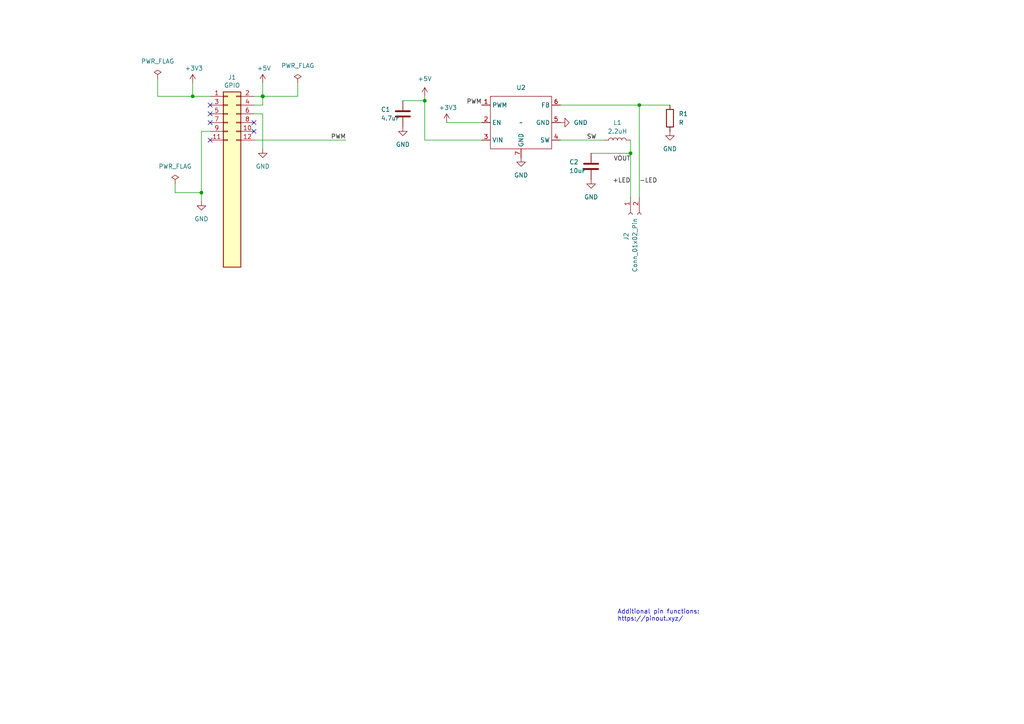
<source format=kicad_sch>
(kicad_sch (version 20230121) (generator eeschema)
  (paper "A4")
  (title_block (date "15 nov 2012"))
  (lib_symbols
    (symbol "Connector:Conn_01x02_Socket" (pin_names (offset 1.016) hide)
      (property "Reference" "J" (at 0 2.54 0))
      (property "Value" "Conn_01x02_Socket" (at 0 -5.08 0))
      (symbol "Conn_01x02_Socket_1_1"
        (arc (start 0 -2.032) (mid -0.5058 -2.54) (end 0 -3.048) (stroke (width 0.1524)))
        (polyline (pts (xy -1.27 -2.54) (xy -0.508 -2.54)) (stroke (width 0.1524)))
        (polyline (pts (xy -1.27 0) (xy -0.508 0)) (stroke (width 0.1524)))
        (arc (start 0 0.508) (mid -0.5058 0) (end 0 -0.508) (stroke (width 0.1524)))
        (pin passive line (at -5.08 0 0) (length 3.81) (name "Pin_1") (number "1"))
        (pin passive line (at -5.08 -2.54 0) (length 3.81) (name "Pin_2") (number "2"))
      )
    )
    (symbol "Connector_Generic:Conn_02x20_Odd_Even" (pin_names (offset 1.016) hide)
      (property "Reference" "J1" (at 1.27 28.3402 0))
      (property "Value" "GPIO" (at 1.27 26.035 0))
      (symbol "Conn_02x20_Odd_Even_1_1"
        (rectangle (start -1.27 10.287) (end 0 10.033) (stroke (width 0.1524)))
        (rectangle (start -1.27 12.827) (end 0 12.573) (stroke (width 0.1524)))
        (rectangle (start -1.27 15.367) (end 0 15.113) (stroke (width 0.1524)))
        (rectangle (start -1.27 17.907) (end 0 17.653) (stroke (width 0.1524)))
        (rectangle (start -1.27 20.447) (end 0 20.193) (stroke (width 0.1524)))
        (rectangle (start -1.27 22.987) (end 0 22.733) (stroke (width 0.1524)))
        (rectangle (start -1.27 24.13) (end 3.81 -26.67) (stroke (width 0.254)) (fill (type background)))
        (rectangle (start 3.81 10.287) (end 2.54 10.033) (stroke (width 0.1524)))
        (rectangle (start 3.81 12.827) (end 2.54 12.573) (stroke (width 0.1524)))
        (rectangle (start 3.81 15.367) (end 2.54 15.113) (stroke (width 0.1524)))
        (rectangle (start 3.81 17.907) (end 2.54 17.653) (stroke (width 0.1524)))
        (rectangle (start 3.81 20.447) (end 2.54 20.193) (stroke (width 0.1524)))
        (rectangle (start 3.81 22.987) (end 2.54 22.733) (stroke (width 0.1524)))
        (pin passive line (at -5.08 22.86 0) (length 3.81) (name "Pin_1") (number "1"))
        (pin passive line (at 7.62 12.7 180) (length 3.81) (name "Pin_10") (number "10"))
        (pin passive line (at -5.08 10.16 0) (length 3.81) (name "Pin_11") (number "11"))
        (pin passive line (at 7.62 10.16 180) (length 3.81) (name "Pin_12") (number "12"))
        (pin passive line (at 7.62 22.86 180) (length 3.81) (name "Pin_2") (number "2"))
        (pin passive line (at -5.08 20.32 0) (length 3.81) (name "Pin_3") (number "3"))
        (pin passive line (at 7.62 20.32 180) (length 3.81) (name "Pin_4") (number "4"))
        (pin passive line (at -5.08 17.78 0) (length 3.81) (name "Pin_5") (number "5"))
        (pin passive line (at 7.62 17.78 180) (length 3.81) (name "Pin_6") (number "6"))
        (pin passive line (at -5.08 15.24 0) (length 3.81) (name "Pin_7") (number "7"))
        (pin passive line (at 7.62 15.24 180) (length 3.81) (name "Pin_8") (number "8"))
        (pin passive line (at -5.08 12.7 0) (length 3.81) (name "Pin_9") (number "9"))
      )
    )
    (symbol "Device:C" (pin_numbers hide) (pin_names (offset 0.254))
      (property "Reference" "C" (at 0.635 2.54 0))
      (property "Value" "C" (at 0.635 -2.54 0))
      (symbol "C_0_1"
        (polyline (pts (xy -2.032 -0.762) (xy 2.032 -0.762)) (stroke (width 0.508)))
        (polyline (pts (xy -2.032 0.762) (xy 2.032 0.762)) (stroke (width 0.508)))
      )
      (symbol "C_1_1"
        (pin passive line (at 0 3.81 270) (length 2.794) (name "~") (number "1"))
        (pin passive line (at 0 -3.81 90) (length 2.794) (name "~") (number "2"))
      )
    )
    (symbol "Device:L" (pin_numbers hide) (pin_names (offset 1.016) hide)
      (property "Reference" "L" (at -1.27 0 90))
      (property "Value" "L" (at 1.905 0 90))
      (symbol "L_0_1"
        (arc (start 0 -2.54) (mid 0.6323 -1.905) (end 0 -1.27))
        (arc (start 0 -1.27) (mid 0.6323 -0.635) (end 0 0))
        (arc (start 0 0) (mid 0.6323 0.635) (end 0 1.27))
        (arc (start 0 1.27) (mid 0.6323 1.905) (end 0 2.54))
      )
      (symbol "L_1_1"
        (pin passive line (at 0 3.81 270) (length 1.27) (name "1") (number "1"))
        (pin passive line (at 0 -3.81 90) (length 1.27) (name "2") (number "2"))
      )
    )
    (symbol "Device:R" (pin_numbers hide) (pin_names (offset 0))
      (property "Reference" "R" (at 2.032 0 90))
      (property "Value" "R" (at 0 0 90))
      (symbol "R_0_1"
        (rectangle (start -1.016 -2.54) (end 1.016 2.54) (stroke (width 0.254)))
      )
      (symbol "R_1_1"
        (pin passive line (at 0 3.81 270) (length 1.27) (name "~") (number "1"))
        (pin passive line (at 0 -3.81 90) (length 1.27) (name "~") (number "2"))
      )
    )
    (symbol "GND_1" (power) (pin_names (offset 0))
      (property "Value" "GND_1" (at 0 -3.81 0))
      (symbol "GND_1_0_1"
        (polyline (pts (xy 0 0) (xy 0 -1.27) (xy 1.27 -1.27) (xy 0 -2.54) (xy -1.27 -1.27) (xy 0 -1.27)))
      )
      (symbol "GND_1_1_1"
        (pin power_in line (at 0 0 270) (length 0) hide (name "GND") (number "1"))
      )
    )
    (symbol "Minor_Industries:TPS92201"
      (property "Reference" "U" (at 0 2.54 0))
      (symbol "TPS92201_0_1"
        (rectangle (start -8.89 7.62) (end 8.89 -7.62))
      )
      (symbol "TPS92201_1_1"
        (pin input line (at -11.43 5.08 0) (length 2.54) (name "PWM") (number "1"))
        (pin input line (at -11.43 0 0) (length 2.54) (name "EN") (number "2"))
        (pin power_in line (at -11.43 -5.08 0) (length 2.54) (name "VIN") (number "3"))
        (pin input line (at 11.43 -5.08 180) (length 2.54) (name "SW") (number "4"))
        (pin power_in line (at 11.43 0 180) (length 2.54) (name "GND") (number "5"))
        (pin power_out line (at 11.43 5.08 180) (length 2.54) (name "FB") (number "6"))
        (pin power_in line (at 0 -10.16 90) (length 2.54) (name "GND") (number "7"))
      )
    )
    (symbol "power:+3.3V" (power) (pin_names (offset 0))
      (property "Value" "+3.3V" (at 0 3.556 0))
      (symbol "+3.3V_0_1"
        (polyline (pts (xy -0.762 1.27) (xy 0 2.54)))
        (polyline (pts (xy 0 0) (xy 0 2.54)))
        (polyline (pts (xy 0 2.54) (xy 0.762 1.27)))
      )
      (symbol "+3.3V_1_1"
        (pin power_in line (at 0 0 90) (length 0) hide (name "+3V3") (number "1"))
      )
    )
    (symbol "power:+5V" (power) (pin_names (offset 0))
      (property "Value" "+5V" (at 0 3.556 0))
      (symbol "+5V_0_1"
        (polyline (pts (xy -0.762 1.27) (xy 0 2.54)))
        (polyline (pts (xy 0 0) (xy 0 2.54)))
        (polyline (pts (xy 0 2.54) (xy 0.762 1.27)))
      )
      (symbol "+5V_1_1"
        (pin power_in line (at 0 0 90) (length 0) hide (name "+5V") (number "1"))
      )
    )
    (symbol "power:GND" (power) (pin_names (offset 0))
      (property "Value" "GND" (at 0 -3.81 0))
      (symbol "GND_0_1"
        (polyline (pts (xy 0 0) (xy 0 -1.27) (xy 1.27 -1.27) (xy 0 -2.54) (xy -1.27 -1.27) (xy 0 -1.27)))
      )
      (symbol "GND_1_1"
        (pin power_in line (at 0 0 270) (length 0) hide (name "GND") (number "1"))
      )
    )
    (symbol "power:PWR_FLAG" (power) (pin_numbers hide) (pin_names (offset 0) hide)
      (property "Value" "PWR_FLAG" (at 0 3.81 0))
      (symbol "PWR_FLAG_0_0"
        (pin power_out line (at 0 0 90) (length 0) (name "pwr") (number "1"))
      )
      (symbol "PWR_FLAG_0_1"
        (polyline (pts (xy 0 0) (xy 0 1.27) (xy -1.016 1.905) (xy 0 2.54) (xy 1.016 1.905) (xy 0 1.27)))
      )
    )
  )
  (junction (at 76.2 27.94) (diameter 1.016))
  (junction (at 182.88 44.45))
  (junction (at 185.42 30.48))
  (junction (at 55.88 27.94))
  (junction (at 58.42 55.88))
  (junction (at 123.19 29.21))
  (no_connect (at 73.66 38.1))
  (no_connect (at 60.96 40.64))
  (no_connect (at 60.96 35.56))
  (no_connect (at 60.96 33.02))
  (no_connect (at 73.66 35.56))
  (no_connect (at 60.96 30.48))
  (wire (pts (xy 76.2 33.02) (xy 76.2 43.18)))
  (wire (pts (xy 50.8 53.34) (xy 50.8 55.88)))
  (wire (pts (xy 123.19 27.94) (xy 123.19 29.21)))
  (wire (pts (xy 58.42 38.1) (xy 58.42 55.88)))
  (wire (pts (xy 58.42 38.1) (xy 60.96 38.1)))
  (wire (pts (xy 55.88 24.13) (xy 55.88 27.94)))
  (wire (pts (xy 123.19 40.64) (xy 139.7 40.64)))
  (wire (pts (xy 185.42 30.48) (xy 194.31 30.48)))
  (wire (pts (xy 76.2 27.94) (xy 76.2 30.48)))
  (wire (pts (xy 162.56 40.64) (xy 175.26 40.64)))
  (wire (pts (xy 182.88 44.45) (xy 182.88 57.15)))
  (wire (pts (xy 73.66 40.64) (xy 100.33 40.64)))
  (wire (pts (xy 116.84 29.21) (xy 123.19 29.21)))
  (wire (pts (xy 76.2 24.13) (xy 76.2 27.94)))
  (wire (pts (xy 76.2 27.94) (xy 73.66 27.94)))
  (wire (pts (xy 50.8 55.88) (xy 58.42 55.88)))
  (wire (pts (xy 76.2 27.94) (xy 86.36 27.94)))
  (wire (pts (xy 185.42 30.48) (xy 185.42 57.15)))
  (wire (pts (xy 45.72 22.86) (xy 45.72 27.94)))
  (wire (pts (xy 45.72 27.94) (xy 55.88 27.94)))
  (wire (pts (xy 76.2 30.48) (xy 73.66 30.48)))
  (wire (pts (xy 58.42 55.88) (xy 58.42 58.42)))
  (wire (pts (xy 76.2 33.02) (xy 73.66 33.02)))
  (wire (pts (xy 123.19 29.21) (xy 123.19 40.64)))
  (wire (pts (xy 182.88 40.64) (xy 182.88 44.45)))
  (wire (pts (xy 55.88 27.94) (xy 60.96 27.94)))
  (wire (pts (xy 171.45 44.45) (xy 182.88 44.45)))
  (wire (pts (xy 162.56 30.48) (xy 185.42 30.48)))
  (wire (pts (xy 86.36 27.94) (xy 86.36 24.13)))
  (wire (pts (xy 129.54 35.56) (xy 139.7 35.56)))
  (text "Additional pin functions:\nhttps://pinout.xyz/" (at 179.07 180.34 0) (effects (font (size 1.27 1.27)) (justify left bottom)))
  (label "-LED" (at 185.42 53.34 0))
  (label "PWM" (at 139.7 30.48 180))
  (label "SW" (at 170.18 40.64 0))
  (label "+LED" (at 182.88 53.34 180))
  (label "VOUT" (at 182.88 46.99 180))
  (label "PWM" (at 100.33 40.64 180))
  (symbol (lib_id "power:+5V") (at 76.2 24.13 0) (unit 1)
    (property "Reference" "#PWR01" (effects hide))
    (property "Value" "+5V" (at 76.5683 19.8056 0))
  )
  (symbol (lib_id "power:+3.3V") (at 55.88 24.13 0) (unit 1)
    (property "Reference" "#PWR04" (effects hide))
    (property "Value" "+3.3V" (at 56.2483 19.8056 0))
  )
  (symbol (lib_id "Connector_Generic:Conn_02x20_Odd_Even") (at 66.04 50.8 0) (unit 1)
    (property "Reference" "J1" (at 67.31 22.4598 0))
    (property "Value" "GPIO" (at 67.31 24.765 0))
    (property "Footprint" "Connector_PinSocket_2.54mm:PinSocket_2x06_P2.54mm_Vertical" (effects hide))
  )
  (symbol (lib_id "power:PWR_FLAG") (at 45.72 22.86 0) (unit 1)
    (property "Reference" "#FLG02" (effects hide))
    (property "Value" "PWR_FLAG" (at 45.72 17.78 0))
  )
  (symbol (lib_id "power:+5V") (at 123.19 27.94 0) (unit 1)
    (property "Reference" "#PWR06" (effects hide))
    (property "Value" "+5V" (at 123.19 22.86 0))
  )
  (symbol (lib_id "power:PWR_FLAG") (at 50.8 53.34 0) (unit 1)
    (property "Reference" "#FLG03" (effects hide))
    (property "Value" "PWR_FLAG" (at 50.8 48.26 0))
  )
  (symbol (lib_id "Connector:Conn_01x02_Socket") (at 182.88 62.23 90) (mirror x) (unit 1)
    (property "Reference" "J2" (at 181.61 68.58 0))
    (property "Value" "Conn_01x02_Pin" (at 184.15 71.12 0))
    (property "Footprint" "TerminalBlock_4Ucon:TerminalBlock_4Ucon_1x02_P3.50mm_Horizontal" (effects hide))
  )
  (symbol (lib_name "GND_1") (lib_id "power:GND") (at 76.2 43.18 0) (unit 1)
    (property "Reference" "#PWR03" (effects hide))
    (property "Value" "GND" (at 76.2 48.26 0))
  )
  (symbol (lib_id "power:GND") (at 162.56 35.56 90) (unit 1)
    (property "Reference" "#PWR07" (effects hide))
    (property "Value" "GND" (at 166.37 35.56 90) (effects (justify right)))
  )
  (symbol (lib_name "GND_1") (lib_id "power:GND") (at 58.42 58.42 0) (unit 1)
    (property "Reference" "#PWR02" (effects hide))
    (property "Value" "GND" (at 58.42 63.5 0))
  )
  (symbol (lib_id "Device:R") (at 194.31 34.29 0) (unit 1)
    (property "Reference" "R1" (at 196.85 33.02 0) (effects (justify left)))
    (property "Value" "R" (at 196.85 35.56 0) (effects (justify left)))
    (property "Footprint" "Resistor_SMD:R_0805_2012Metric" (effects hide))
  )
  (symbol (lib_id "Device:C") (at 116.84 33.02 180) (unit 1)
    (property "Reference" "C1" (at 110.49 31.75 0) (effects (justify right)))
    (property "Value" "4.7uF" (at 110.49 34.29 0) (effects (justify right)))
    (property "Footprint" "Capacitor_SMD:C_0805_2012Metric" (effects hide))
  )
  (symbol (lib_id "power:GND") (at 116.84 36.83 0) (unit 1)
    (property "Reference" "#PWR05" (effects hide))
    (property "Value" "GND" (at 116.84 41.91 0))
  )
  (symbol (lib_id "power:GND") (at 171.45 52.07 0) (unit 1)
    (property "Reference" "#PWR08" (effects hide))
    (property "Value" "GND" (at 171.45 57.15 0))
  )
  (symbol (lib_id "power:GND") (at 194.31 38.1 0) (unit 1)
    (property "Reference" "#PWR09" (effects hide))
    (property "Value" "GND" (at 194.31 43.18 0))
  )
  (symbol (lib_id "Minor_Industries:TPS92201") (at 151.13 35.56 0) (unit 1)
    (property "Reference" "U2" (at 151.13 25.4 0))
    (property "Value" "~" (at 151.13 35.56 0))
    (property "Footprint" "Package_SON:WSON-6-1EP_2x2mm_P0.65mm_EP1x1.6mm_ThermalVias" (effects hide))
  )
  (symbol (lib_id "Device:C") (at 171.45 48.26 180) (unit 1)
    (property "Reference" "C2" (at 165.1 46.99 0) (effects (justify right)))
    (property "Value" "10uF" (at 165.1 49.53 0) (effects (justify right)))
    (property "Footprint" "Capacitor_SMD:C_0805_2012Metric" (effects hide))
  )
  (symbol (lib_id "power:PWR_FLAG") (at 86.36 24.13 0) (unit 1)
    (property "Reference" "#FLG01" (effects hide))
    (property "Value" "PWR_FLAG" (at 86.36 19.05 0))
  )
  (symbol (lib_id "power:GND") (at 151.13 45.72 0) (unit 1)
    (property "Reference" "#PWR010" (effects hide))
    (property "Value" "GND" (at 151.13 50.8 0))
  )
  (symbol (lib_id "Device:L") (at 179.07 40.64 90) (unit 1)
    (property "Reference" "L1" (at 179.07 35.56 90))
    (property "Value" "2.2uH" (at 179.07 38.1 90))
    (property "Footprint" "Minor_Industries:Induct_1" (effects hide))
  )
  (symbol (lib_id "power:+3.3V") (at 129.54 35.56 0) (unit 1)
    (property "Reference" "#PWR015" (effects hide))
    (property "Value" "+3.3V" (at 129.9083 31.2356 0))
  )
)
</source>
